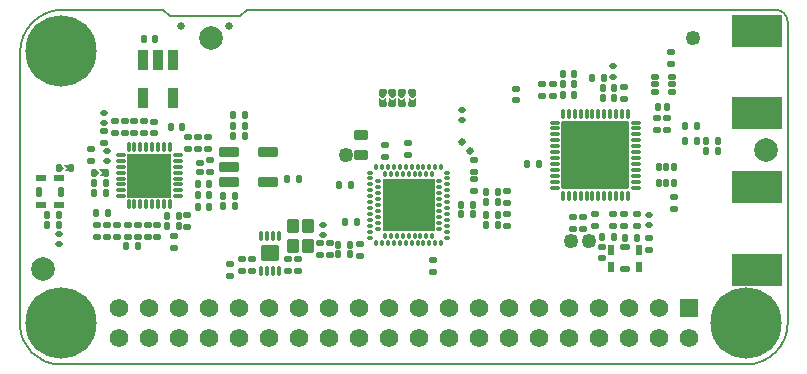
<source format=gbs>
G04*
G04 #@! TF.GenerationSoftware,Altium Limited,CircuitStudio,1.5.2 (30)*
G04*
G04 Layer_Color=8150272*
%FSLAX25Y25*%
%MOIN*%
G70*
G01*
G75*
%ADD56C,0.00500*%
%ADD108C,0.04937*%
G04:AMPARAMS|DCode=112|XSize=26.38mil|YSize=22.44mil|CornerRadius=6.3mil|HoleSize=0mil|Usage=FLASHONLY|Rotation=180.000|XOffset=0mil|YOffset=0mil|HoleType=Round|Shape=RoundedRectangle|*
%AMROUNDEDRECTD112*
21,1,0.02638,0.00984,0,0,180.0*
21,1,0.01378,0.02244,0,0,180.0*
1,1,0.01260,-0.00689,0.00492*
1,1,0.01260,0.00689,0.00492*
1,1,0.01260,0.00689,-0.00492*
1,1,0.01260,-0.00689,-0.00492*
%
%ADD112ROUNDEDRECTD112*%
G04:AMPARAMS|DCode=113|XSize=26.38mil|YSize=22.44mil|CornerRadius=6.3mil|HoleSize=0mil|Usage=FLASHONLY|Rotation=270.000|XOffset=0mil|YOffset=0mil|HoleType=Round|Shape=RoundedRectangle|*
%AMROUNDEDRECTD113*
21,1,0.02638,0.00984,0,0,270.0*
21,1,0.01378,0.02244,0,0,270.0*
1,1,0.01260,-0.00492,-0.00689*
1,1,0.01260,-0.00492,0.00689*
1,1,0.01260,0.00492,0.00689*
1,1,0.01260,0.00492,-0.00689*
%
%ADD113ROUNDEDRECTD113*%
G04:AMPARAMS|DCode=118|XSize=16.93mil|YSize=25.76mil|CornerRadius=2.09mil|HoleSize=0mil|Usage=FLASHONLY|Rotation=180.000|XOffset=0mil|YOffset=0mil|HoleType=Round|Shape=RoundedRectangle|*
%AMROUNDEDRECTD118*
21,1,0.01693,0.02158,0,0,180.0*
21,1,0.01276,0.02576,0,0,180.0*
1,1,0.00417,-0.00638,0.01079*
1,1,0.00417,0.00638,0.01079*
1,1,0.00417,0.00638,-0.01079*
1,1,0.00417,-0.00638,-0.01079*
%
%ADD118ROUNDEDRECTD118*%
G04:AMPARAMS|DCode=119|XSize=16.93mil|YSize=25.76mil|CornerRadius=2.09mil|HoleSize=0mil|Usage=FLASHONLY|Rotation=90.000|XOffset=0mil|YOffset=0mil|HoleType=Round|Shape=RoundedRectangle|*
%AMROUNDEDRECTD119*
21,1,0.01693,0.02158,0,0,90.0*
21,1,0.01276,0.02576,0,0,90.0*
1,1,0.00417,0.01079,0.00638*
1,1,0.00417,0.01079,-0.00638*
1,1,0.00417,-0.01079,-0.00638*
1,1,0.00417,-0.01079,0.00638*
%
%ADD119ROUNDEDRECTD119*%
G04:AMPARAMS|DCode=120|XSize=26.38mil|YSize=20.47mil|CornerRadius=5.81mil|HoleSize=0mil|Usage=FLASHONLY|Rotation=270.000|XOffset=0mil|YOffset=0mil|HoleType=Round|Shape=RoundedRectangle|*
%AMROUNDEDRECTD120*
21,1,0.02638,0.00886,0,0,270.0*
21,1,0.01476,0.02047,0,0,270.0*
1,1,0.01161,-0.00443,-0.00738*
1,1,0.01161,-0.00443,0.00738*
1,1,0.01161,0.00443,0.00738*
1,1,0.01161,0.00443,-0.00738*
%
%ADD120ROUNDEDRECTD120*%
G04:AMPARAMS|DCode=121|XSize=26.38mil|YSize=20.47mil|CornerRadius=5.81mil|HoleSize=0mil|Usage=FLASHONLY|Rotation=180.000|XOffset=0mil|YOffset=0mil|HoleType=Round|Shape=RoundedRectangle|*
%AMROUNDEDRECTD121*
21,1,0.02638,0.00886,0,0,180.0*
21,1,0.01476,0.02047,0,0,180.0*
1,1,0.01161,-0.00738,0.00443*
1,1,0.01161,0.00738,0.00443*
1,1,0.01161,0.00738,-0.00443*
1,1,0.01161,-0.00738,-0.00443*
%
%ADD121ROUNDEDRECTD121*%
%ADD124C,0.07874*%
%ADD127R,0.16796X0.10792*%
G04:AMPARAMS|DCode=130|XSize=24.41mil|YSize=20.47mil|CornerRadius=5.81mil|HoleSize=0mil|Usage=FLASHONLY|Rotation=180.000|XOffset=0mil|YOffset=0mil|HoleType=Round|Shape=RoundedRectangle|*
%AMROUNDEDRECTD130*
21,1,0.02441,0.00886,0,0,180.0*
21,1,0.01280,0.02047,0,0,180.0*
1,1,0.01161,-0.00640,0.00443*
1,1,0.01161,0.00640,0.00443*
1,1,0.01161,0.00640,-0.00443*
1,1,0.01161,-0.00640,-0.00443*
%
%ADD130ROUNDEDRECTD130*%
%ADD146C,0.23748*%
%ADD147R,0.06206X0.06206*%
%ADD148C,0.06206*%
%ADD149C,0.02662*%
G04:AMPARAMS|DCode=150|XSize=68mil|YSize=33mil|CornerRadius=4.5mil|HoleSize=0mil|Usage=FLASHONLY|Rotation=180.000|XOffset=0mil|YOffset=0mil|HoleType=Round|Shape=RoundedRectangle|*
%AMROUNDEDRECTD150*
21,1,0.06800,0.02400,0,0,180.0*
21,1,0.05900,0.03300,0,0,180.0*
1,1,0.00900,-0.02950,0.01200*
1,1,0.00900,0.02950,0.01200*
1,1,0.00900,0.02950,-0.01200*
1,1,0.00900,-0.02950,-0.01200*
%
%ADD150ROUNDEDRECTD150*%
G04:AMPARAMS|DCode=151|XSize=38.19mil|YSize=46.06mil|CornerRadius=2.26mil|HoleSize=0mil|Usage=FLASHONLY|Rotation=0.000|XOffset=0mil|YOffset=0mil|HoleType=Round|Shape=RoundedRectangle|*
%AMROUNDEDRECTD151*
21,1,0.03819,0.04154,0,0,0.0*
21,1,0.03366,0.04606,0,0,0.0*
1,1,0.00453,0.01683,-0.02077*
1,1,0.00453,-0.01683,-0.02077*
1,1,0.00453,-0.01683,0.02077*
1,1,0.00453,0.01683,0.02077*
%
%ADD151ROUNDEDRECTD151*%
G04:AMPARAMS|DCode=152|XSize=67.96mil|YSize=32.92mil|CornerRadius=3mil|HoleSize=0mil|Usage=FLASHONLY|Rotation=90.000|XOffset=0mil|YOffset=0mil|HoleType=Round|Shape=RoundedRectangle|*
%AMROUNDEDRECTD152*
21,1,0.06796,0.02693,0,0,90.0*
21,1,0.06197,0.03292,0,0,90.0*
1,1,0.00599,0.01347,0.03098*
1,1,0.00599,0.01347,-0.03098*
1,1,0.00599,-0.01347,-0.03098*
1,1,0.00599,-0.01347,0.03098*
%
%ADD152ROUNDEDRECTD152*%
G04:AMPARAMS|DCode=153|XSize=44.1mil|YSize=36.22mil|CornerRadius=4.72mil|HoleSize=0mil|Usage=FLASHONLY|Rotation=0.000|XOffset=0mil|YOffset=0mil|HoleType=Round|Shape=RoundedRectangle|*
%AMROUNDEDRECTD153*
21,1,0.04410,0.02677,0,0,0.0*
21,1,0.03465,0.03622,0,0,0.0*
1,1,0.00945,0.01732,-0.01339*
1,1,0.00945,-0.01732,-0.01339*
1,1,0.00945,-0.01732,0.01339*
1,1,0.00945,0.01732,0.01339*
%
%ADD153ROUNDEDRECTD153*%
G04:AMPARAMS|DCode=154|XSize=26.38mil|YSize=20.47mil|CornerRadius=5.81mil|HoleSize=0mil|Usage=FLASHONLY|Rotation=225.000|XOffset=0mil|YOffset=0mil|HoleType=Round|Shape=RoundedRectangle|*
%AMROUNDEDRECTD154*
21,1,0.02638,0.00886,0,0,225.0*
21,1,0.01476,0.02047,0,0,225.0*
1,1,0.01161,-0.00835,-0.00209*
1,1,0.01161,0.00209,0.00835*
1,1,0.01161,0.00835,0.00209*
1,1,0.01161,-0.00209,-0.00835*
%
%ADD154ROUNDEDRECTD154*%
G04:AMPARAMS|DCode=155|XSize=30.55mil|YSize=19.92mil|CornerRadius=3.19mil|HoleSize=0mil|Usage=FLASHONLY|Rotation=0.000|XOffset=0mil|YOffset=0mil|HoleType=Round|Shape=RoundedRectangle|*
%AMROUNDEDRECTD155*
21,1,0.03055,0.01354,0,0,0.0*
21,1,0.02417,0.01992,0,0,0.0*
1,1,0.00638,0.01209,-0.00677*
1,1,0.00638,-0.01209,-0.00677*
1,1,0.00638,-0.01209,0.00677*
1,1,0.00638,0.01209,0.00677*
%
%ADD155ROUNDEDRECTD155*%
G04:AMPARAMS|DCode=156|XSize=22.68mil|YSize=35.47mil|CornerRadius=3.47mil|HoleSize=0mil|Usage=FLASHONLY|Rotation=0.000|XOffset=0mil|YOffset=0mil|HoleType=Round|Shape=RoundedRectangle|*
%AMROUNDEDRECTD156*
21,1,0.02268,0.02854,0,0,0.0*
21,1,0.01575,0.03547,0,0,0.0*
1,1,0.00693,0.00787,-0.01427*
1,1,0.00693,-0.00787,-0.01427*
1,1,0.00693,-0.00787,0.01427*
1,1,0.00693,0.00787,0.01427*
%
%ADD156ROUNDEDRECTD156*%
G04:AMPARAMS|DCode=157|XSize=30.55mil|YSize=19.92mil|CornerRadius=3.19mil|HoleSize=0mil|Usage=FLASHONLY|Rotation=270.000|XOffset=0mil|YOffset=0mil|HoleType=Round|Shape=RoundedRectangle|*
%AMROUNDEDRECTD157*
21,1,0.03055,0.01354,0,0,270.0*
21,1,0.02417,0.01992,0,0,270.0*
1,1,0.00638,-0.00677,-0.01209*
1,1,0.00638,-0.00677,0.01209*
1,1,0.00638,0.00677,0.01209*
1,1,0.00638,0.00677,-0.01209*
%
%ADD157ROUNDEDRECTD157*%
G04:AMPARAMS|DCode=158|XSize=22.68mil|YSize=35.47mil|CornerRadius=3.47mil|HoleSize=0mil|Usage=FLASHONLY|Rotation=270.000|XOffset=0mil|YOffset=0mil|HoleType=Round|Shape=RoundedRectangle|*
%AMROUNDEDRECTD158*
21,1,0.02268,0.02854,0,0,270.0*
21,1,0.01575,0.03547,0,0,270.0*
1,1,0.00693,-0.01427,-0.00787*
1,1,0.00693,-0.01427,0.00787*
1,1,0.00693,0.01427,0.00787*
1,1,0.00693,0.01427,-0.00787*
%
%ADD158ROUNDEDRECTD158*%
G04:AMPARAMS|DCode=159|XSize=28.59mil|YSize=16.78mil|CornerRadius=2.88mil|HoleSize=0mil|Usage=FLASHONLY|Rotation=90.000|XOffset=0mil|YOffset=0mil|HoleType=Round|Shape=RoundedRectangle|*
%AMROUNDEDRECTD159*
21,1,0.02859,0.01102,0,0,90.0*
21,1,0.02284,0.01678,0,0,90.0*
1,1,0.00576,0.00551,0.01142*
1,1,0.00576,0.00551,-0.01142*
1,1,0.00576,-0.00551,-0.01142*
1,1,0.00576,-0.00551,0.01142*
%
%ADD159ROUNDEDRECTD159*%
G04:AMPARAMS|DCode=160|XSize=28.59mil|YSize=16.78mil|CornerRadius=2.88mil|HoleSize=0mil|Usage=FLASHONLY|Rotation=180.000|XOffset=0mil|YOffset=0mil|HoleType=Round|Shape=RoundedRectangle|*
%AMROUNDEDRECTD160*
21,1,0.02859,0.01102,0,0,180.0*
21,1,0.02284,0.01678,0,0,180.0*
1,1,0.00576,-0.01142,0.00551*
1,1,0.00576,0.01142,0.00551*
1,1,0.00576,0.01142,-0.00551*
1,1,0.00576,-0.01142,-0.00551*
%
%ADD160ROUNDEDRECTD160*%
G04:AMPARAMS|DCode=161|XSize=31.53mil|YSize=13.81mil|CornerRadius=3.95mil|HoleSize=0mil|Usage=FLASHONLY|Rotation=270.000|XOffset=0mil|YOffset=0mil|HoleType=Round|Shape=RoundedRectangle|*
%AMROUNDEDRECTD161*
21,1,0.03153,0.00591,0,0,270.0*
21,1,0.02363,0.01381,0,0,270.0*
1,1,0.00791,-0.00295,-0.01181*
1,1,0.00791,-0.00295,0.01181*
1,1,0.00791,0.00295,0.01181*
1,1,0.00791,0.00295,-0.01181*
%
%ADD161ROUNDEDRECTD161*%
G04:AMPARAMS|DCode=162|XSize=59.09mil|YSize=55.15mil|CornerRadius=6.32mil|HoleSize=0mil|Usage=FLASHONLY|Rotation=180.000|XOffset=0mil|YOffset=0mil|HoleType=Round|Shape=RoundedRectangle|*
%AMROUNDEDRECTD162*
21,1,0.05909,0.04252,0,0,180.0*
21,1,0.04646,0.05515,0,0,180.0*
1,1,0.01263,-0.02323,0.02126*
1,1,0.01263,0.02323,0.02126*
1,1,0.01263,0.02323,-0.02126*
1,1,0.01263,-0.02323,-0.02126*
%
%ADD162ROUNDEDRECTD162*%
G04:AMPARAMS|DCode=163|XSize=18.75mil|YSize=11.66mil|CornerRadius=2.37mil|HoleSize=0mil|Usage=FLASHONLY|Rotation=180.000|XOffset=0mil|YOffset=0mil|HoleType=Round|Shape=RoundedRectangle|*
%AMROUNDEDRECTD163*
21,1,0.01875,0.00693,0,0,180.0*
21,1,0.01402,0.01166,0,0,180.0*
1,1,0.00473,-0.00701,0.00347*
1,1,0.00473,0.00701,0.00347*
1,1,0.00473,0.00701,-0.00347*
1,1,0.00473,-0.00701,-0.00347*
%
%ADD163ROUNDEDRECTD163*%
G04:AMPARAMS|DCode=164|XSize=18.75mil|YSize=11.66mil|CornerRadius=2.37mil|HoleSize=0mil|Usage=FLASHONLY|Rotation=90.000|XOffset=0mil|YOffset=0mil|HoleType=Round|Shape=RoundedRectangle|*
%AMROUNDEDRECTD164*
21,1,0.01875,0.00693,0,0,90.0*
21,1,0.01402,0.01166,0,0,90.0*
1,1,0.00473,0.00347,0.00701*
1,1,0.00473,0.00347,-0.00701*
1,1,0.00473,-0.00347,-0.00701*
1,1,0.00473,-0.00347,0.00701*
%
%ADD164ROUNDEDRECTD164*%
G04:AMPARAMS|DCode=165|XSize=176.23mil|YSize=176.23mil|CornerRadius=5.83mil|HoleSize=0mil|Usage=FLASHONLY|Rotation=180.000|XOffset=0mil|YOffset=0mil|HoleType=Round|Shape=RoundedRectangle|*
%AMROUNDEDRECTD165*
21,1,0.17623,0.16457,0,0,180.0*
21,1,0.16457,0.17623,0,0,180.0*
1,1,0.01166,-0.08228,0.08228*
1,1,0.01166,0.08228,0.08228*
1,1,0.01166,0.08228,-0.08228*
1,1,0.01166,-0.08228,-0.08228*
%
%ADD165ROUNDEDRECTD165*%
G04:AMPARAMS|DCode=166|XSize=36.47mil|YSize=14.81mil|CornerRadius=6.22mil|HoleSize=0mil|Usage=FLASHONLY|Rotation=180.000|XOffset=0mil|YOffset=0mil|HoleType=Round|Shape=RoundedRectangle|*
%AMROUNDEDRECTD166*
21,1,0.03647,0.00236,0,0,180.0*
21,1,0.02402,0.01481,0,0,180.0*
1,1,0.01245,-0.01201,0.00118*
1,1,0.01245,0.01201,0.00118*
1,1,0.01245,0.01201,-0.00118*
1,1,0.01245,-0.01201,-0.00118*
%
%ADD166ROUNDEDRECTD166*%
G04:AMPARAMS|DCode=167|XSize=36.47mil|YSize=14.81mil|CornerRadius=6.22mil|HoleSize=0mil|Usage=FLASHONLY|Rotation=90.000|XOffset=0mil|YOffset=0mil|HoleType=Round|Shape=RoundedRectangle|*
%AMROUNDEDRECTD167*
21,1,0.03647,0.00236,0,0,90.0*
21,1,0.02402,0.01481,0,0,90.0*
1,1,0.01245,0.00118,0.01201*
1,1,0.01245,0.00118,-0.01201*
1,1,0.01245,-0.00118,-0.01201*
1,1,0.01245,-0.00118,0.01201*
%
%ADD167ROUNDEDRECTD167*%
G04:AMPARAMS|DCode=168|XSize=227.41mil|YSize=227.41mil|CornerRadius=7.11mil|HoleSize=0mil|Usage=FLASHONLY|Rotation=90.000|XOffset=0mil|YOffset=0mil|HoleType=Round|Shape=RoundedRectangle|*
%AMROUNDEDRECTD168*
21,1,0.22741,0.21319,0,0,90.0*
21,1,0.21319,0.22741,0,0,90.0*
1,1,0.01422,0.10659,0.10659*
1,1,0.01422,0.10659,-0.10659*
1,1,0.01422,-0.10659,-0.10659*
1,1,0.01422,-0.10659,0.10659*
%
%ADD168ROUNDEDRECTD168*%
%ADD169R,0.14867X0.14867*%
%ADD170O,0.03450X0.01284*%
%ADD171O,0.01284X0.03450*%
G36*
X1051006Y763781D02*
X1049306D01*
Y763881D01*
X1050206Y764781D01*
Y765081D01*
X1049306Y765981D01*
Y766081D01*
X1051006D01*
Y763781D01*
D02*
G37*
G36*
X1156676Y786681D02*
X1154376D01*
Y788381D01*
X1154476D01*
X1155376Y787481D01*
X1155676D01*
X1156576Y788381D01*
X1156676D01*
Y786681D01*
D02*
G37*
G36*
X1159876D02*
X1157576D01*
Y788381D01*
X1157676D01*
X1158576Y787481D01*
X1158876D01*
X1159776Y788381D01*
X1159876D01*
Y786681D01*
D02*
G37*
G36*
X1060946Y763551D02*
Y763251D01*
X1059946Y762251D01*
X1059146D01*
Y764551D01*
X1059946D01*
X1060946Y763551D01*
D02*
G37*
G36*
X1062706Y762251D02*
X1061006D01*
Y762351D01*
X1061906Y763251D01*
Y763551D01*
X1061006Y764451D01*
Y764551D01*
X1062706D01*
Y762251D01*
D02*
G37*
G36*
X1049246Y765081D02*
Y764781D01*
X1048246Y763781D01*
X1047446D01*
Y766081D01*
X1048246D01*
X1049246Y765081D01*
D02*
G37*
G36*
X1159876Y789281D02*
X1158876Y788281D01*
X1158576D01*
X1157576Y789281D01*
Y790081D01*
X1159876D01*
Y789281D01*
D02*
G37*
G36*
X1163076D02*
X1162076Y788281D01*
X1161776D01*
X1160776Y789281D01*
Y790081D01*
X1163076D01*
Y789281D01*
D02*
G37*
G36*
X1166476D02*
X1165476Y788281D01*
X1165176D01*
X1164176Y789281D01*
Y790081D01*
X1166476D01*
Y789281D01*
D02*
G37*
G36*
X1163076Y786681D02*
X1160776D01*
Y788381D01*
X1160876D01*
X1161776Y787481D01*
X1162076D01*
X1162976Y788381D01*
X1163076D01*
Y786681D01*
D02*
G37*
G36*
X1166476D02*
X1164176D01*
Y788381D01*
X1164276D01*
X1165176Y787481D01*
X1165476D01*
X1166376Y788381D01*
X1166476D01*
Y786681D01*
D02*
G37*
G36*
X1156676Y789281D02*
X1155676Y788281D01*
X1155376D01*
X1154376Y789281D01*
Y790081D01*
X1156676D01*
Y789281D01*
D02*
G37*
D56*
X1290528Y813564D02*
G03*
X1286362Y817730I-4166J0D01*
G01*
X1048995D02*
G03*
X1034623Y803358I0J-14372D01*
G01*
X1034623Y712769D02*
G03*
X1047891Y699502I13268J0D01*
G01*
X1276749Y699502D02*
G03*
X1290528Y713281I0J13780D01*
G01*
X1107961Y815466D02*
X1110224Y817730D01*
X1048995D02*
X1082327D01*
X1084591Y815466D01*
X1290528Y767631D02*
Y813564D01*
X1110224Y817730D02*
X1286362D01*
X1290528Y713281D02*
Y718006D01*
X1034623Y796470D02*
Y803358D01*
X1084591Y815466D02*
X1107961D01*
X1290528Y718006D02*
Y767631D01*
X1034623Y712769D02*
X1034623Y796470D01*
X1047891Y699502D02*
X1276749Y699502D01*
D108*
X1224259Y740714D02*
D03*
X1143166Y769305D02*
D03*
X1218396Y740711D02*
D03*
X1259076Y808281D02*
D03*
D112*
X1251631Y803557D02*
D03*
Y799620D02*
D03*
X1250253Y781509D02*
D03*
Y777572D02*
D03*
X1236070Y745635D02*
D03*
Y749572D02*
D03*
X1252676Y751413D02*
D03*
Y755350D02*
D03*
X1058127Y767336D02*
D03*
Y771273D02*
D03*
X1066376Y776513D02*
D03*
Y780450D02*
D03*
X1090410Y749226D02*
D03*
Y745289D02*
D03*
X1069576Y776513D02*
D03*
Y780450D02*
D03*
X1072776Y776513D02*
D03*
Y780450D02*
D03*
X1228676Y734813D02*
D03*
Y738750D02*
D03*
X1080322Y746027D02*
D03*
Y742090D02*
D03*
X1077172Y746027D02*
D03*
Y742090D02*
D03*
X1070479D02*
D03*
Y746027D02*
D03*
X1079239Y776490D02*
D03*
Y780427D02*
D03*
X1076076Y776513D02*
D03*
Y780450D02*
D03*
X1060176Y742113D02*
D03*
Y746050D02*
D03*
X1164032Y769305D02*
D03*
Y773242D02*
D03*
X1172376Y730213D02*
D03*
Y734150D02*
D03*
X1147876Y735613D02*
D03*
Y739550D02*
D03*
X1156175Y772664D02*
D03*
Y768727D02*
D03*
X1097376Y771213D02*
D03*
Y775150D02*
D03*
X1208708Y792879D02*
D03*
Y788942D02*
D03*
X1212251D02*
D03*
Y792879D02*
D03*
X1232330Y745635D02*
D03*
Y749572D02*
D03*
X1222276Y748650D02*
D03*
Y744713D02*
D03*
X1247103Y781509D02*
D03*
Y777572D02*
D03*
X1236076Y791850D02*
D03*
Y787913D02*
D03*
X1240204Y749572D02*
D03*
Y745635D02*
D03*
X1244141Y737761D02*
D03*
Y741698D02*
D03*
X1111976Y734680D02*
D03*
Y730743D02*
D03*
X1090776Y771213D02*
D03*
Y775150D02*
D03*
X1085876Y742350D02*
D03*
Y738413D02*
D03*
X1199991Y791421D02*
D03*
Y787484D02*
D03*
X1134506Y735983D02*
D03*
Y739920D02*
D03*
X1137806Y736003D02*
D03*
Y739940D02*
D03*
D113*
X1105642Y775662D02*
D03*
X1109579D02*
D03*
X1105666Y779049D02*
D03*
X1109603D02*
D03*
X1105666Y782494D02*
D03*
X1109603D02*
D03*
X1075843Y807887D02*
D03*
X1079780D02*
D03*
X1123678Y761234D02*
D03*
X1127615D02*
D03*
X1093855Y752080D02*
D03*
X1097792D02*
D03*
X1093855Y755919D02*
D03*
X1097792D02*
D03*
X1088744Y778681D02*
D03*
X1084807D02*
D03*
X1093855Y759757D02*
D03*
X1097792D02*
D03*
X1070085Y738940D02*
D03*
X1074022D02*
D03*
X1063944Y750081D02*
D03*
X1060007D02*
D03*
X1063144Y756681D02*
D03*
X1059207D02*
D03*
X1059209Y760053D02*
D03*
X1063146D02*
D03*
X1147044Y747081D02*
D03*
X1143107D02*
D03*
X1181749Y752769D02*
D03*
X1185686D02*
D03*
X1141007Y759281D02*
D03*
X1144944D02*
D03*
X1215507Y796381D02*
D03*
X1219444D02*
D03*
X1228807Y788181D02*
D03*
X1232744D02*
D03*
X1228807Y791681D02*
D03*
X1232744D02*
D03*
X1215507Y792781D02*
D03*
X1219444D02*
D03*
X1215507Y789181D02*
D03*
X1219444D02*
D03*
X1225207Y794981D02*
D03*
X1229144D02*
D03*
X1203787Y766305D02*
D03*
X1207724D02*
D03*
X1228590Y741895D02*
D03*
X1232527D02*
D03*
X1236267Y741698D02*
D03*
X1240204D02*
D03*
X1185644Y749481D02*
D03*
X1181707D02*
D03*
X1063144Y763381D02*
D03*
X1059207D02*
D03*
X1043560Y745781D02*
D03*
X1047497D02*
D03*
X1043560Y749127D02*
D03*
X1047497D02*
D03*
D118*
X1250176Y785281D02*
D03*
X1247176D02*
D03*
D119*
X1094576Y766681D02*
D03*
Y763681D02*
D03*
D120*
X1144576Y736181D02*
D03*
X1140576D02*
D03*
X1087587Y749029D02*
D03*
X1083587D02*
D03*
X1106176Y755581D02*
D03*
X1102176D02*
D03*
X1144566Y739411D02*
D03*
X1140566D02*
D03*
X1194059Y745870D02*
D03*
X1190059D02*
D03*
X1106176Y752281D02*
D03*
X1102176D02*
D03*
X1087587Y745486D02*
D03*
X1083587D02*
D03*
X1194059Y749118D02*
D03*
X1190059D02*
D03*
X1194035Y753557D02*
D03*
X1190035D02*
D03*
X1194059Y756795D02*
D03*
X1190059D02*
D03*
X1263176Y773881D02*
D03*
X1267176D02*
D03*
X1263176Y770581D02*
D03*
X1267176D02*
D03*
X1256176Y773981D02*
D03*
X1260176D02*
D03*
X1256176Y778981D02*
D03*
X1260176D02*
D03*
X1047556Y764911D02*
D03*
X1051556D02*
D03*
D121*
X1097976Y763581D02*
D03*
Y767581D02*
D03*
X1226425Y749604D02*
D03*
Y745604D02*
D03*
X1063576Y742081D02*
D03*
Y746081D02*
D03*
X1094076Y771181D02*
D03*
Y775181D02*
D03*
X1067076Y746081D02*
D03*
Y742081D02*
D03*
X1073876D02*
D03*
Y746081D02*
D03*
X1104576Y732881D02*
D03*
Y728881D02*
D03*
X1185953Y761245D02*
D03*
Y757245D02*
D03*
X1186080Y767761D02*
D03*
Y763761D02*
D03*
X1062476Y777281D02*
D03*
Y773281D02*
D03*
X1218876Y744681D02*
D03*
Y748681D02*
D03*
X1196956Y749566D02*
D03*
Y745566D02*
D03*
X1196956Y757243D02*
D03*
Y753243D02*
D03*
X1155536Y790411D02*
D03*
Y786411D02*
D03*
X1158716Y790391D02*
D03*
Y786391D02*
D03*
X1161956Y790401D02*
D03*
Y786401D02*
D03*
X1165316Y790401D02*
D03*
Y786401D02*
D03*
X1108586Y730741D02*
D03*
Y734741D02*
D03*
X1127216Y730671D02*
D03*
Y734671D02*
D03*
X1124026Y730711D02*
D03*
Y734711D02*
D03*
D124*
X1042280Y731214D02*
D03*
X1098136Y808401D02*
D03*
X1283127Y770886D02*
D03*
D127*
X1280174Y783114D02*
D03*
Y810614D02*
D03*
Y730948D02*
D03*
Y758448D02*
D03*
D130*
X1063475Y767408D02*
D03*
Y770754D02*
D03*
X1232330Y795439D02*
D03*
Y798785D02*
D03*
X1244141Y749277D02*
D03*
Y745931D02*
D03*
X1047497Y739580D02*
D03*
Y742926D02*
D03*
X1181881Y784433D02*
D03*
Y781086D02*
D03*
X1062485Y779847D02*
D03*
Y783194D02*
D03*
X1135766Y745880D02*
D03*
Y742534D02*
D03*
D146*
X1276749Y713281D02*
D03*
X1048402Y803832D02*
D03*
Y713281D02*
D03*
D147*
X1257576Y718281D02*
D03*
D148*
Y708281D02*
D03*
X1247576Y718281D02*
D03*
Y708281D02*
D03*
X1237576Y718281D02*
D03*
Y708281D02*
D03*
X1227576Y718281D02*
D03*
Y708281D02*
D03*
X1217576Y718281D02*
D03*
Y708281D02*
D03*
X1207576Y718281D02*
D03*
Y708281D02*
D03*
X1197576Y718281D02*
D03*
Y708281D02*
D03*
X1187576Y718281D02*
D03*
Y708281D02*
D03*
X1177576Y718281D02*
D03*
Y708281D02*
D03*
X1167576Y718281D02*
D03*
Y708281D02*
D03*
X1157576Y718281D02*
D03*
Y708281D02*
D03*
X1147576Y718281D02*
D03*
Y708281D02*
D03*
X1137576Y718281D02*
D03*
Y708281D02*
D03*
X1127576Y718281D02*
D03*
Y708281D02*
D03*
X1117576Y718281D02*
D03*
Y708281D02*
D03*
X1107576Y718281D02*
D03*
Y708281D02*
D03*
X1067576D02*
D03*
Y718281D02*
D03*
X1077576Y708281D02*
D03*
Y718281D02*
D03*
X1087576Y708281D02*
D03*
Y718281D02*
D03*
X1097576Y708281D02*
D03*
Y718281D02*
D03*
D149*
X1088403Y812331D02*
D03*
X1104348D02*
D03*
D150*
X1117333Y770368D02*
D03*
Y760368D02*
D03*
X1104433Y770368D02*
D03*
Y765368D02*
D03*
Y760368D02*
D03*
D151*
X1130735Y738935D02*
D03*
X1125616D02*
D03*
Y745627D02*
D03*
X1130735D02*
D03*
D152*
X1075792Y788250D02*
D03*
X1085792D02*
D03*
X1075792Y801006D02*
D03*
X1085792D02*
D03*
X1080792D02*
D03*
D153*
X1148315Y776013D02*
D03*
Y769320D02*
D03*
D154*
X1184738Y770646D02*
D03*
X1181909Y773475D02*
D03*
D155*
X1236267Y731126D02*
D03*
Y738496D02*
D03*
D156*
X1240795Y737712D02*
D03*
X1231739D02*
D03*
Y731905D02*
D03*
X1240795D02*
D03*
D157*
X1040960Y757100D02*
D03*
X1048330D02*
D03*
D158*
X1047546Y752572D02*
D03*
Y761627D02*
D03*
X1041739D02*
D03*
Y752572D02*
D03*
D159*
X1247517Y765437D02*
D03*
X1250076D02*
D03*
X1252635D02*
D03*
X1247517Y759925D02*
D03*
X1250076D02*
D03*
X1252635D02*
D03*
D160*
X1246320Y790222D02*
D03*
Y792781D02*
D03*
Y795340D02*
D03*
X1251832Y790222D02*
D03*
Y792781D02*
D03*
Y795340D02*
D03*
D161*
X1114983Y742417D02*
D03*
X1116952D02*
D03*
X1118920D02*
D03*
X1120889D02*
D03*
Y730605D02*
D03*
X1118920D02*
D03*
X1116952D02*
D03*
X1114983D02*
D03*
D162*
X1117936Y736511D02*
D03*
D163*
X1176971Y763428D02*
D03*
Y761459D02*
D03*
Y759491D02*
D03*
Y757522D02*
D03*
Y755554D02*
D03*
Y753585D02*
D03*
Y751617D02*
D03*
Y749648D02*
D03*
Y747680D02*
D03*
Y745711D02*
D03*
Y743743D02*
D03*
Y741774D02*
D03*
X1151380D02*
D03*
Y743743D02*
D03*
Y745711D02*
D03*
Y747680D02*
D03*
Y749648D02*
D03*
Y751617D02*
D03*
Y753585D02*
D03*
Y755554D02*
D03*
Y757522D02*
D03*
Y759491D02*
D03*
Y761459D02*
D03*
Y763428D02*
D03*
X1174412Y760475D02*
D03*
Y758507D02*
D03*
Y756538D02*
D03*
Y754570D02*
D03*
Y752601D02*
D03*
Y750633D02*
D03*
Y748664D02*
D03*
Y746696D02*
D03*
Y744727D02*
D03*
X1153939D02*
D03*
Y746696D02*
D03*
Y748664D02*
D03*
Y750633D02*
D03*
Y752601D02*
D03*
Y754570D02*
D03*
Y756538D02*
D03*
Y758507D02*
D03*
Y760475D02*
D03*
D164*
X1175002Y739806D02*
D03*
X1173034D02*
D03*
X1171065D02*
D03*
X1169097D02*
D03*
X1167128D02*
D03*
X1165160D02*
D03*
X1163191D02*
D03*
X1161223D02*
D03*
X1159254D02*
D03*
X1157286D02*
D03*
X1155317D02*
D03*
X1153349D02*
D03*
Y765396D02*
D03*
X1155317D02*
D03*
X1157286D02*
D03*
X1159254D02*
D03*
X1161223D02*
D03*
X1163191D02*
D03*
X1165160D02*
D03*
X1167128D02*
D03*
X1169097D02*
D03*
X1171065D02*
D03*
X1173034D02*
D03*
X1175002D02*
D03*
X1172050Y742365D02*
D03*
X1170081D02*
D03*
X1168113D02*
D03*
X1166144D02*
D03*
X1164176D02*
D03*
X1162207D02*
D03*
X1160239D02*
D03*
X1158270D02*
D03*
X1156302D02*
D03*
Y762837D02*
D03*
X1158270D02*
D03*
X1160239D02*
D03*
X1162207D02*
D03*
X1164176D02*
D03*
X1166144D02*
D03*
X1168113D02*
D03*
X1170081D02*
D03*
X1172050D02*
D03*
D165*
X1164176Y752601D02*
D03*
D166*
X1240007Y780084D02*
D03*
Y778116D02*
D03*
Y776147D02*
D03*
Y774179D02*
D03*
Y772210D02*
D03*
Y770242D02*
D03*
Y768273D02*
D03*
Y766305D02*
D03*
Y764336D02*
D03*
Y762368D02*
D03*
Y760399D02*
D03*
Y758431D02*
D03*
X1212842D02*
D03*
Y760399D02*
D03*
Y762368D02*
D03*
Y764336D02*
D03*
Y766305D02*
D03*
Y768273D02*
D03*
Y770242D02*
D03*
Y772210D02*
D03*
Y774179D02*
D03*
Y776147D02*
D03*
Y778116D02*
D03*
Y780084D02*
D03*
D167*
X1237251Y755675D02*
D03*
X1235283D02*
D03*
X1233314D02*
D03*
X1231346D02*
D03*
X1229377D02*
D03*
X1227409D02*
D03*
X1225440D02*
D03*
X1223472D02*
D03*
X1221503D02*
D03*
X1219535D02*
D03*
X1217566D02*
D03*
X1215598D02*
D03*
Y782840D02*
D03*
X1217566D02*
D03*
X1219535D02*
D03*
X1221503D02*
D03*
X1223472D02*
D03*
X1225440D02*
D03*
X1227409D02*
D03*
X1229377D02*
D03*
X1231346D02*
D03*
X1233314D02*
D03*
X1235283D02*
D03*
X1237251D02*
D03*
D168*
X1226425Y769257D02*
D03*
D169*
X1077713Y762415D02*
D03*
D170*
X1087261Y755525D02*
D03*
Y757494D02*
D03*
Y759462D02*
D03*
Y761431D02*
D03*
Y763399D02*
D03*
Y765368D02*
D03*
Y767336D02*
D03*
Y769305D02*
D03*
X1068166D02*
D03*
Y767336D02*
D03*
Y765368D02*
D03*
Y763399D02*
D03*
Y761431D02*
D03*
Y759462D02*
D03*
Y757494D02*
D03*
Y755525D02*
D03*
D171*
X1084603Y771962D02*
D03*
X1082635D02*
D03*
X1080666D02*
D03*
X1078698D02*
D03*
X1076729D02*
D03*
X1074761D02*
D03*
X1072792D02*
D03*
X1070824D02*
D03*
Y752868D02*
D03*
X1072792D02*
D03*
X1074761D02*
D03*
X1076729D02*
D03*
X1078698D02*
D03*
X1080666D02*
D03*
X1082635D02*
D03*
X1084603D02*
D03*
M02*

</source>
